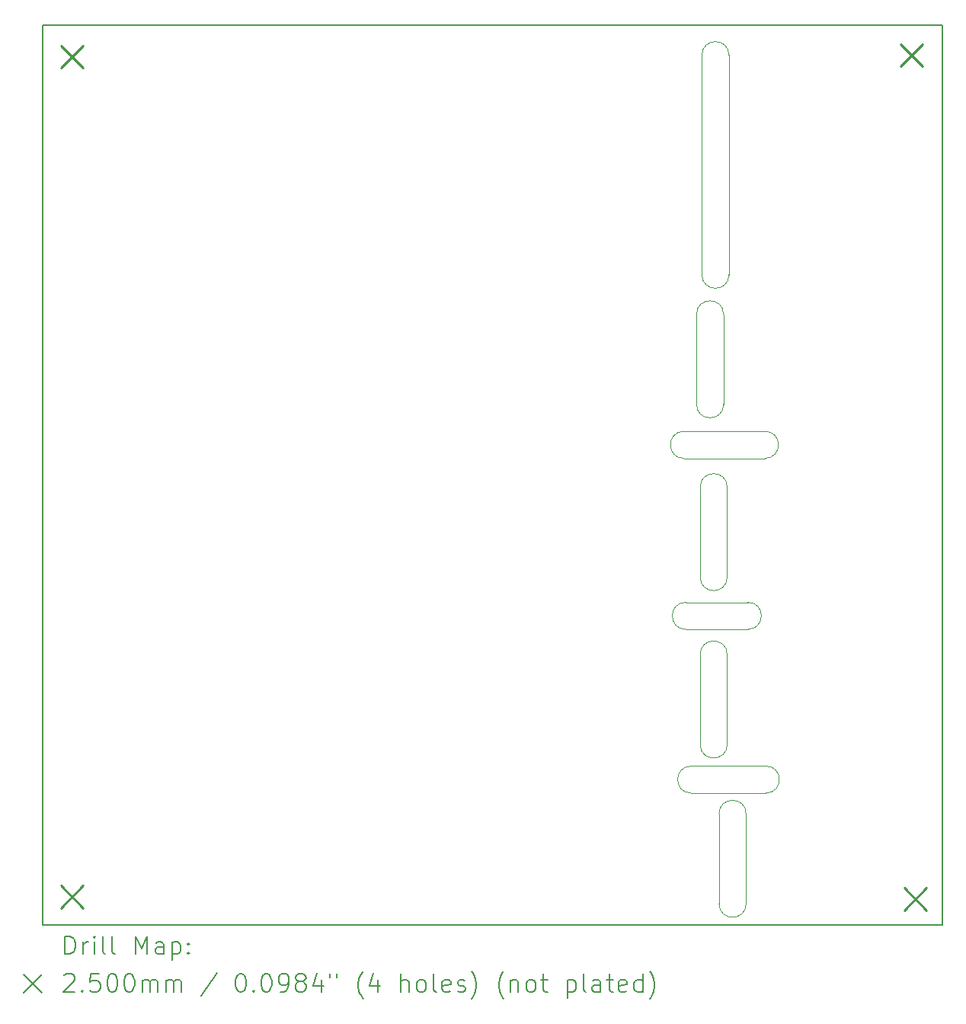
<source format=gbr>
%TF.GenerationSoftware,KiCad,Pcbnew,(6.0.8)*%
%TF.CreationDate,2022-11-15T21:15:28+04:00*%
%TF.ProjectId,Dryer2,44727965-7232-42e6-9b69-6361645f7063,rev?*%
%TF.SameCoordinates,Original*%
%TF.FileFunction,Drillmap*%
%TF.FilePolarity,Positive*%
%FSLAX45Y45*%
G04 Gerber Fmt 4.5, Leading zero omitted, Abs format (unit mm)*
G04 Created by KiCad (PCBNEW (6.0.8)) date 2022-11-15 21:15:28*
%MOMM*%
%LPD*%
G01*
G04 APERTURE LIST*
%ADD10C,0.100000*%
%ADD11C,0.200000*%
%ADD12C,0.250000*%
G04 APERTURE END LIST*
D10*
X24730000Y-12650000D02*
X25420000Y-12650000D01*
X24730000Y-12350000D02*
G75*
G03*
X24730000Y-12650000I0J-150000D01*
G01*
X24730000Y-12350000D02*
X25420000Y-12350000D01*
X25420000Y-12650000D02*
G75*
G03*
X25420000Y-12350000I0J150000D01*
G01*
X25210000Y-6270000D02*
G75*
G03*
X24910000Y-6270000I-150000J0D01*
G01*
X24910000Y-8710000D02*
G75*
G03*
X25210000Y-8710000I150000J0D01*
G01*
X24910000Y-8710000D02*
X24910000Y-6270000D01*
X25210000Y-8710000D02*
X25210000Y-6270000D01*
X25620000Y-14470000D02*
G75*
G03*
X25620000Y-14170000I0J150000D01*
G01*
X24790000Y-14170000D02*
G75*
G03*
X24790000Y-14470000I0J-150000D01*
G01*
X24790000Y-14170000D02*
X25620000Y-14170000D01*
X24790000Y-14470000D02*
X25620000Y-14470000D01*
X25610000Y-10750000D02*
G75*
G03*
X25610000Y-10450000I0J150000D01*
G01*
X24710000Y-10450000D02*
G75*
G03*
X24710000Y-10750000I0J-150000D01*
G01*
X24710000Y-10450000D02*
X25610000Y-10450000D01*
X24710000Y-10750000D02*
X25610000Y-10750000D01*
X24850000Y-10150000D02*
G75*
G03*
X25150000Y-10150000I150000J0D01*
G01*
X25150000Y-9150000D02*
G75*
G03*
X24850000Y-9150000I-150000J0D01*
G01*
X25150000Y-9150000D02*
X25150000Y-10150000D01*
X24850000Y-9150000D02*
X24850000Y-10150000D01*
X24890000Y-12070000D02*
G75*
G03*
X25190000Y-12070000I150000J0D01*
G01*
X25190000Y-11070000D02*
G75*
G03*
X24890000Y-11070000I-150000J0D01*
G01*
X25190000Y-11070000D02*
X25190000Y-12070000D01*
X24890000Y-11070000D02*
X24890000Y-12070000D01*
X24890000Y-13930000D02*
G75*
G03*
X25190000Y-13930000I150000J0D01*
G01*
X25190000Y-12930000D02*
G75*
G03*
X24890000Y-12930000I-150000J0D01*
G01*
X25190000Y-12930000D02*
X25190000Y-13930000D01*
X24890000Y-12930000D02*
X24890000Y-13930000D01*
X25400000Y-14700000D02*
X25400000Y-15700000D01*
X25100000Y-14700000D02*
X25100000Y-15700000D01*
X25100000Y-15700000D02*
G75*
G03*
X25400000Y-15700000I150000J0D01*
G01*
X25400000Y-14700000D02*
G75*
G03*
X25100000Y-14700000I-150000J0D01*
G01*
D11*
X17584400Y-5938500D02*
X27584400Y-5938500D01*
X27584400Y-5938500D02*
X27584400Y-15938500D01*
X27584400Y-15938500D02*
X17584400Y-15938500D01*
X17584400Y-15938500D02*
X17584400Y-5938500D01*
D12*
X17782000Y-6161500D02*
X18032000Y-6411500D01*
X18032000Y-6161500D02*
X17782000Y-6411500D01*
X17782000Y-15496000D02*
X18032000Y-15746000D01*
X18032000Y-15496000D02*
X17782000Y-15746000D01*
X27115000Y-6145000D02*
X27365000Y-6395000D01*
X27365000Y-6145000D02*
X27115000Y-6395000D01*
X27154600Y-15521400D02*
X27404600Y-15771400D01*
X27404600Y-15521400D02*
X27154600Y-15771400D01*
D11*
X17832019Y-16258976D02*
X17832019Y-16058976D01*
X17879638Y-16058976D01*
X17908210Y-16068500D01*
X17927257Y-16087548D01*
X17936781Y-16106595D01*
X17946305Y-16144690D01*
X17946305Y-16173262D01*
X17936781Y-16211357D01*
X17927257Y-16230405D01*
X17908210Y-16249452D01*
X17879638Y-16258976D01*
X17832019Y-16258976D01*
X18032019Y-16258976D02*
X18032019Y-16125643D01*
X18032019Y-16163738D02*
X18041543Y-16144690D01*
X18051067Y-16135167D01*
X18070114Y-16125643D01*
X18089162Y-16125643D01*
X18155829Y-16258976D02*
X18155829Y-16125643D01*
X18155829Y-16058976D02*
X18146305Y-16068500D01*
X18155829Y-16078024D01*
X18165352Y-16068500D01*
X18155829Y-16058976D01*
X18155829Y-16078024D01*
X18279638Y-16258976D02*
X18260590Y-16249452D01*
X18251067Y-16230405D01*
X18251067Y-16058976D01*
X18384400Y-16258976D02*
X18365352Y-16249452D01*
X18355829Y-16230405D01*
X18355829Y-16058976D01*
X18612971Y-16258976D02*
X18612971Y-16058976D01*
X18679638Y-16201833D01*
X18746305Y-16058976D01*
X18746305Y-16258976D01*
X18927257Y-16258976D02*
X18927257Y-16154214D01*
X18917733Y-16135167D01*
X18898686Y-16125643D01*
X18860590Y-16125643D01*
X18841543Y-16135167D01*
X18927257Y-16249452D02*
X18908210Y-16258976D01*
X18860590Y-16258976D01*
X18841543Y-16249452D01*
X18832019Y-16230405D01*
X18832019Y-16211357D01*
X18841543Y-16192309D01*
X18860590Y-16182786D01*
X18908210Y-16182786D01*
X18927257Y-16173262D01*
X19022495Y-16125643D02*
X19022495Y-16325643D01*
X19022495Y-16135167D02*
X19041543Y-16125643D01*
X19079638Y-16125643D01*
X19098686Y-16135167D01*
X19108210Y-16144690D01*
X19117733Y-16163738D01*
X19117733Y-16220881D01*
X19108210Y-16239928D01*
X19098686Y-16249452D01*
X19079638Y-16258976D01*
X19041543Y-16258976D01*
X19022495Y-16249452D01*
X19203448Y-16239928D02*
X19212971Y-16249452D01*
X19203448Y-16258976D01*
X19193924Y-16249452D01*
X19203448Y-16239928D01*
X19203448Y-16258976D01*
X19203448Y-16135167D02*
X19212971Y-16144690D01*
X19203448Y-16154214D01*
X19193924Y-16144690D01*
X19203448Y-16135167D01*
X19203448Y-16154214D01*
X17374400Y-16488500D02*
X17574400Y-16688500D01*
X17574400Y-16488500D02*
X17374400Y-16688500D01*
X17822495Y-16498024D02*
X17832019Y-16488500D01*
X17851067Y-16478976D01*
X17898686Y-16478976D01*
X17917733Y-16488500D01*
X17927257Y-16498024D01*
X17936781Y-16517071D01*
X17936781Y-16536119D01*
X17927257Y-16564690D01*
X17812971Y-16678976D01*
X17936781Y-16678976D01*
X18022495Y-16659928D02*
X18032019Y-16669452D01*
X18022495Y-16678976D01*
X18012971Y-16669452D01*
X18022495Y-16659928D01*
X18022495Y-16678976D01*
X18212971Y-16478976D02*
X18117733Y-16478976D01*
X18108210Y-16574214D01*
X18117733Y-16564690D01*
X18136781Y-16555167D01*
X18184400Y-16555167D01*
X18203448Y-16564690D01*
X18212971Y-16574214D01*
X18222495Y-16593262D01*
X18222495Y-16640881D01*
X18212971Y-16659928D01*
X18203448Y-16669452D01*
X18184400Y-16678976D01*
X18136781Y-16678976D01*
X18117733Y-16669452D01*
X18108210Y-16659928D01*
X18346305Y-16478976D02*
X18365352Y-16478976D01*
X18384400Y-16488500D01*
X18393924Y-16498024D01*
X18403448Y-16517071D01*
X18412971Y-16555167D01*
X18412971Y-16602786D01*
X18403448Y-16640881D01*
X18393924Y-16659928D01*
X18384400Y-16669452D01*
X18365352Y-16678976D01*
X18346305Y-16678976D01*
X18327257Y-16669452D01*
X18317733Y-16659928D01*
X18308210Y-16640881D01*
X18298686Y-16602786D01*
X18298686Y-16555167D01*
X18308210Y-16517071D01*
X18317733Y-16498024D01*
X18327257Y-16488500D01*
X18346305Y-16478976D01*
X18536781Y-16478976D02*
X18555829Y-16478976D01*
X18574876Y-16488500D01*
X18584400Y-16498024D01*
X18593924Y-16517071D01*
X18603448Y-16555167D01*
X18603448Y-16602786D01*
X18593924Y-16640881D01*
X18584400Y-16659928D01*
X18574876Y-16669452D01*
X18555829Y-16678976D01*
X18536781Y-16678976D01*
X18517733Y-16669452D01*
X18508210Y-16659928D01*
X18498686Y-16640881D01*
X18489162Y-16602786D01*
X18489162Y-16555167D01*
X18498686Y-16517071D01*
X18508210Y-16498024D01*
X18517733Y-16488500D01*
X18536781Y-16478976D01*
X18689162Y-16678976D02*
X18689162Y-16545643D01*
X18689162Y-16564690D02*
X18698686Y-16555167D01*
X18717733Y-16545643D01*
X18746305Y-16545643D01*
X18765352Y-16555167D01*
X18774876Y-16574214D01*
X18774876Y-16678976D01*
X18774876Y-16574214D02*
X18784400Y-16555167D01*
X18803448Y-16545643D01*
X18832019Y-16545643D01*
X18851067Y-16555167D01*
X18860590Y-16574214D01*
X18860590Y-16678976D01*
X18955829Y-16678976D02*
X18955829Y-16545643D01*
X18955829Y-16564690D02*
X18965352Y-16555167D01*
X18984400Y-16545643D01*
X19012971Y-16545643D01*
X19032019Y-16555167D01*
X19041543Y-16574214D01*
X19041543Y-16678976D01*
X19041543Y-16574214D02*
X19051067Y-16555167D01*
X19070114Y-16545643D01*
X19098686Y-16545643D01*
X19117733Y-16555167D01*
X19127257Y-16574214D01*
X19127257Y-16678976D01*
X19517733Y-16469452D02*
X19346305Y-16726595D01*
X19774876Y-16478976D02*
X19793924Y-16478976D01*
X19812971Y-16488500D01*
X19822495Y-16498024D01*
X19832019Y-16517071D01*
X19841543Y-16555167D01*
X19841543Y-16602786D01*
X19832019Y-16640881D01*
X19822495Y-16659928D01*
X19812971Y-16669452D01*
X19793924Y-16678976D01*
X19774876Y-16678976D01*
X19755829Y-16669452D01*
X19746305Y-16659928D01*
X19736781Y-16640881D01*
X19727257Y-16602786D01*
X19727257Y-16555167D01*
X19736781Y-16517071D01*
X19746305Y-16498024D01*
X19755829Y-16488500D01*
X19774876Y-16478976D01*
X19927257Y-16659928D02*
X19936781Y-16669452D01*
X19927257Y-16678976D01*
X19917733Y-16669452D01*
X19927257Y-16659928D01*
X19927257Y-16678976D01*
X20060590Y-16478976D02*
X20079638Y-16478976D01*
X20098686Y-16488500D01*
X20108210Y-16498024D01*
X20117733Y-16517071D01*
X20127257Y-16555167D01*
X20127257Y-16602786D01*
X20117733Y-16640881D01*
X20108210Y-16659928D01*
X20098686Y-16669452D01*
X20079638Y-16678976D01*
X20060590Y-16678976D01*
X20041543Y-16669452D01*
X20032019Y-16659928D01*
X20022495Y-16640881D01*
X20012971Y-16602786D01*
X20012971Y-16555167D01*
X20022495Y-16517071D01*
X20032019Y-16498024D01*
X20041543Y-16488500D01*
X20060590Y-16478976D01*
X20222495Y-16678976D02*
X20260590Y-16678976D01*
X20279638Y-16669452D01*
X20289162Y-16659928D01*
X20308210Y-16631357D01*
X20317733Y-16593262D01*
X20317733Y-16517071D01*
X20308210Y-16498024D01*
X20298686Y-16488500D01*
X20279638Y-16478976D01*
X20241543Y-16478976D01*
X20222495Y-16488500D01*
X20212971Y-16498024D01*
X20203448Y-16517071D01*
X20203448Y-16564690D01*
X20212971Y-16583738D01*
X20222495Y-16593262D01*
X20241543Y-16602786D01*
X20279638Y-16602786D01*
X20298686Y-16593262D01*
X20308210Y-16583738D01*
X20317733Y-16564690D01*
X20432019Y-16564690D02*
X20412971Y-16555167D01*
X20403448Y-16545643D01*
X20393924Y-16526595D01*
X20393924Y-16517071D01*
X20403448Y-16498024D01*
X20412971Y-16488500D01*
X20432019Y-16478976D01*
X20470114Y-16478976D01*
X20489162Y-16488500D01*
X20498686Y-16498024D01*
X20508210Y-16517071D01*
X20508210Y-16526595D01*
X20498686Y-16545643D01*
X20489162Y-16555167D01*
X20470114Y-16564690D01*
X20432019Y-16564690D01*
X20412971Y-16574214D01*
X20403448Y-16583738D01*
X20393924Y-16602786D01*
X20393924Y-16640881D01*
X20403448Y-16659928D01*
X20412971Y-16669452D01*
X20432019Y-16678976D01*
X20470114Y-16678976D01*
X20489162Y-16669452D01*
X20498686Y-16659928D01*
X20508210Y-16640881D01*
X20508210Y-16602786D01*
X20498686Y-16583738D01*
X20489162Y-16574214D01*
X20470114Y-16564690D01*
X20679638Y-16545643D02*
X20679638Y-16678976D01*
X20632019Y-16469452D02*
X20584400Y-16612309D01*
X20708210Y-16612309D01*
X20774876Y-16478976D02*
X20774876Y-16517071D01*
X20851067Y-16478976D02*
X20851067Y-16517071D01*
X21146305Y-16755167D02*
X21136781Y-16745643D01*
X21117733Y-16717071D01*
X21108210Y-16698024D01*
X21098686Y-16669452D01*
X21089162Y-16621833D01*
X21089162Y-16583738D01*
X21098686Y-16536119D01*
X21108210Y-16507548D01*
X21117733Y-16488500D01*
X21136781Y-16459928D01*
X21146305Y-16450405D01*
X21308210Y-16545643D02*
X21308210Y-16678976D01*
X21260590Y-16469452D02*
X21212971Y-16612309D01*
X21336781Y-16612309D01*
X21565352Y-16678976D02*
X21565352Y-16478976D01*
X21651067Y-16678976D02*
X21651067Y-16574214D01*
X21641543Y-16555167D01*
X21622495Y-16545643D01*
X21593924Y-16545643D01*
X21574876Y-16555167D01*
X21565352Y-16564690D01*
X21774876Y-16678976D02*
X21755829Y-16669452D01*
X21746305Y-16659928D01*
X21736781Y-16640881D01*
X21736781Y-16583738D01*
X21746305Y-16564690D01*
X21755829Y-16555167D01*
X21774876Y-16545643D01*
X21803448Y-16545643D01*
X21822495Y-16555167D01*
X21832019Y-16564690D01*
X21841543Y-16583738D01*
X21841543Y-16640881D01*
X21832019Y-16659928D01*
X21822495Y-16669452D01*
X21803448Y-16678976D01*
X21774876Y-16678976D01*
X21955829Y-16678976D02*
X21936781Y-16669452D01*
X21927257Y-16650405D01*
X21927257Y-16478976D01*
X22108210Y-16669452D02*
X22089162Y-16678976D01*
X22051067Y-16678976D01*
X22032019Y-16669452D01*
X22022495Y-16650405D01*
X22022495Y-16574214D01*
X22032019Y-16555167D01*
X22051067Y-16545643D01*
X22089162Y-16545643D01*
X22108210Y-16555167D01*
X22117733Y-16574214D01*
X22117733Y-16593262D01*
X22022495Y-16612309D01*
X22193924Y-16669452D02*
X22212971Y-16678976D01*
X22251067Y-16678976D01*
X22270114Y-16669452D01*
X22279638Y-16650405D01*
X22279638Y-16640881D01*
X22270114Y-16621833D01*
X22251067Y-16612309D01*
X22222495Y-16612309D01*
X22203448Y-16602786D01*
X22193924Y-16583738D01*
X22193924Y-16574214D01*
X22203448Y-16555167D01*
X22222495Y-16545643D01*
X22251067Y-16545643D01*
X22270114Y-16555167D01*
X22346305Y-16755167D02*
X22355829Y-16745643D01*
X22374876Y-16717071D01*
X22384400Y-16698024D01*
X22393924Y-16669452D01*
X22403448Y-16621833D01*
X22403448Y-16583738D01*
X22393924Y-16536119D01*
X22384400Y-16507548D01*
X22374876Y-16488500D01*
X22355829Y-16459928D01*
X22346305Y-16450405D01*
X22708209Y-16755167D02*
X22698686Y-16745643D01*
X22679638Y-16717071D01*
X22670114Y-16698024D01*
X22660590Y-16669452D01*
X22651067Y-16621833D01*
X22651067Y-16583738D01*
X22660590Y-16536119D01*
X22670114Y-16507548D01*
X22679638Y-16488500D01*
X22698686Y-16459928D01*
X22708209Y-16450405D01*
X22784400Y-16545643D02*
X22784400Y-16678976D01*
X22784400Y-16564690D02*
X22793924Y-16555167D01*
X22812971Y-16545643D01*
X22841543Y-16545643D01*
X22860590Y-16555167D01*
X22870114Y-16574214D01*
X22870114Y-16678976D01*
X22993924Y-16678976D02*
X22974876Y-16669452D01*
X22965352Y-16659928D01*
X22955828Y-16640881D01*
X22955828Y-16583738D01*
X22965352Y-16564690D01*
X22974876Y-16555167D01*
X22993924Y-16545643D01*
X23022495Y-16545643D01*
X23041543Y-16555167D01*
X23051067Y-16564690D01*
X23060590Y-16583738D01*
X23060590Y-16640881D01*
X23051067Y-16659928D01*
X23041543Y-16669452D01*
X23022495Y-16678976D01*
X22993924Y-16678976D01*
X23117733Y-16545643D02*
X23193924Y-16545643D01*
X23146305Y-16478976D02*
X23146305Y-16650405D01*
X23155828Y-16669452D01*
X23174876Y-16678976D01*
X23193924Y-16678976D01*
X23412971Y-16545643D02*
X23412971Y-16745643D01*
X23412971Y-16555167D02*
X23432019Y-16545643D01*
X23470114Y-16545643D01*
X23489162Y-16555167D01*
X23498686Y-16564690D01*
X23508209Y-16583738D01*
X23508209Y-16640881D01*
X23498686Y-16659928D01*
X23489162Y-16669452D01*
X23470114Y-16678976D01*
X23432019Y-16678976D01*
X23412971Y-16669452D01*
X23622495Y-16678976D02*
X23603448Y-16669452D01*
X23593924Y-16650405D01*
X23593924Y-16478976D01*
X23784400Y-16678976D02*
X23784400Y-16574214D01*
X23774876Y-16555167D01*
X23755828Y-16545643D01*
X23717733Y-16545643D01*
X23698686Y-16555167D01*
X23784400Y-16669452D02*
X23765352Y-16678976D01*
X23717733Y-16678976D01*
X23698686Y-16669452D01*
X23689162Y-16650405D01*
X23689162Y-16631357D01*
X23698686Y-16612309D01*
X23717733Y-16602786D01*
X23765352Y-16602786D01*
X23784400Y-16593262D01*
X23851067Y-16545643D02*
X23927257Y-16545643D01*
X23879638Y-16478976D02*
X23879638Y-16650405D01*
X23889162Y-16669452D01*
X23908209Y-16678976D01*
X23927257Y-16678976D01*
X24070114Y-16669452D02*
X24051067Y-16678976D01*
X24012971Y-16678976D01*
X23993924Y-16669452D01*
X23984400Y-16650405D01*
X23984400Y-16574214D01*
X23993924Y-16555167D01*
X24012971Y-16545643D01*
X24051067Y-16545643D01*
X24070114Y-16555167D01*
X24079638Y-16574214D01*
X24079638Y-16593262D01*
X23984400Y-16612309D01*
X24251067Y-16678976D02*
X24251067Y-16478976D01*
X24251067Y-16669452D02*
X24232019Y-16678976D01*
X24193924Y-16678976D01*
X24174876Y-16669452D01*
X24165352Y-16659928D01*
X24155828Y-16640881D01*
X24155828Y-16583738D01*
X24165352Y-16564690D01*
X24174876Y-16555167D01*
X24193924Y-16545643D01*
X24232019Y-16545643D01*
X24251067Y-16555167D01*
X24327257Y-16755167D02*
X24336781Y-16745643D01*
X24355828Y-16717071D01*
X24365352Y-16698024D01*
X24374876Y-16669452D01*
X24384400Y-16621833D01*
X24384400Y-16583738D01*
X24374876Y-16536119D01*
X24365352Y-16507548D01*
X24355828Y-16488500D01*
X24336781Y-16459928D01*
X24327257Y-16450405D01*
M02*

</source>
